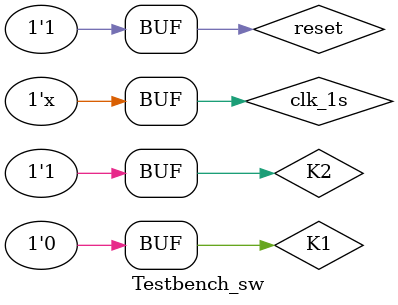
<source format=v>
`timescale 1ns / 1ps


module Testbench_sw();
     reg clk_1s; //1Hz Ê±ÖÓ 
     reg reset; //¸´Î»ÊäÈë 
     reg K1; //K1,K2,K5,shift ÎªÄ£Ê½Ñ¡Ôñ
     reg K2; 
     wire [3:0] SmH; //·ÖÖÓ¸ßÎ» 
     wire [3:0] SmL; //·ÖÖÓµÍÎ» 
     wire [3:0] SsH; //Ãë¸ßÎ» 
     wire [3:0] SsL; //ÃëµÍÎ»

     StopWatch test(
        .clk_1s(clk_1s),
        .reset(reset),
        .K1(K1),
        .K2(K2),
        .SmH(SmH),
        .SmL(SmL),
        .SsH(SsH),
        .SsL(SsL)
       );
       
     always #1 clk_1s = ~clk_1s;

     initial begin
       reset = 0; clk_1s= 1;
       K1 = 0;K2 = 1;
       #40 reset = 1;
     end
endmodule

</source>
